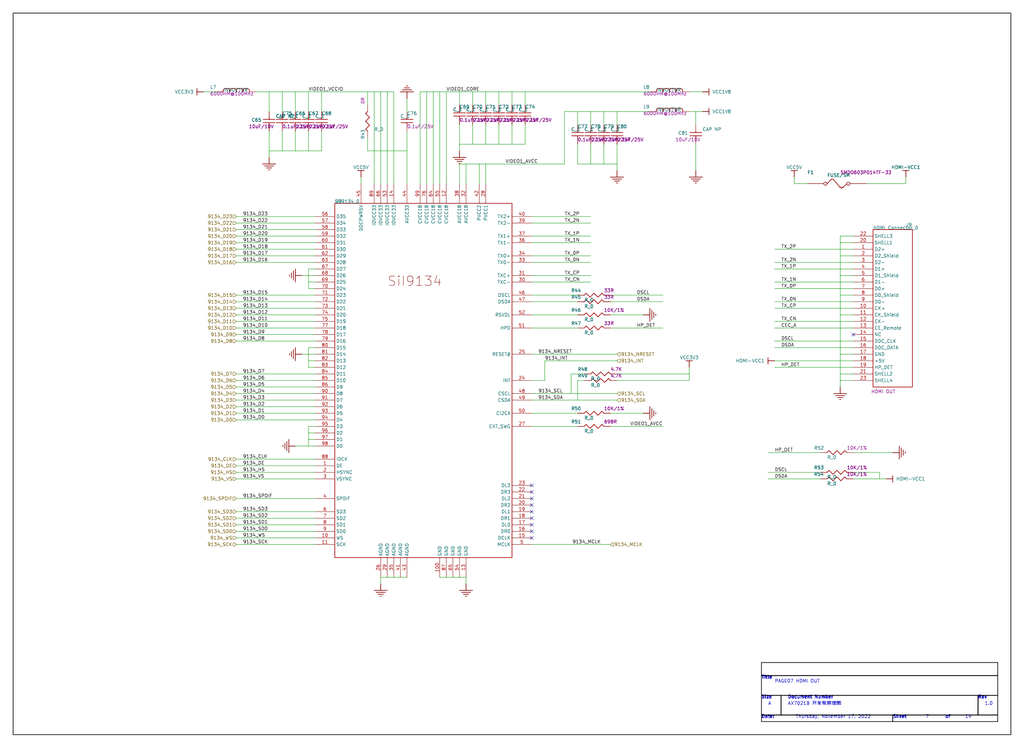
<source format=kicad_sch>
(kicad_sch (version 20231120) (generator "eeschema") (generator_version "8.0")
  (paper "User" 396.24 289.56)
  (title_block (title "PAGE07 HDMI OUT"))
  (no_connect (at 205.74 198.12))
  (no_connect (at 205.74 208.28))
  (no_connect (at 205.74 205.74))
  (no_connect (at 205.74 195.58))
  (no_connect (at 205.74 193.04))
  (no_connect (at 205.74 200.66))
  (no_connect (at 205.74 187.96))
  (no_connect (at 330.2 129.54))
  (no_connect (at 205.74 203.2))
  (no_connect (at 205.74 190.5))
  (wire (pts (xy 104.14 58.42) (xy 104.14 50.8)))
  (wire (pts (xy 299.72 132.08) (xy 330.2 132.08)))
  (wire (pts (xy 223.52 165.1) (xy 205.74 165.1)))
  (wire (pts (xy 340.36 185.42) (xy 330.2 185.42)))
  (wire (pts (xy 91.44 88.9) (xy 121.92 88.9)))
  (wire (pts (xy 248.92 160.02) (xy 236.22 160.02)))
  (wire (pts (xy 299.72 127) (xy 330.2 127)))
  (wire (pts (xy 104.14 35.56) (xy 99.06 35.56)))
  (wire (pts (xy 187.96 63.5) (xy 185.42 63.5)))
  (wire (pts (xy 335.28 71.12) (xy 350.52 71.12)))
  (wire (pts (xy 182.88 35.56) (xy 177.8 35.56)))
  (wire (pts (xy 165.1 71.12) (xy 165.1 35.56)))
  (wire (pts (xy 223.52 43.18) (xy 218.44 43.18)))
  (wire (pts (xy 91.44 198.12) (xy 121.92 198.12)))
  (wire (pts (xy 325.12 144.78) (xy 325.12 137.16)))
  (wire (pts (xy 223.52 154.94) (xy 223.52 147.32)))
  (wire (pts (xy 299.72 101.6) (xy 330.2 101.6)))
  (wire (pts (xy 114.3 172.72) (xy 119.38 172.72)))
  (wire (pts (xy 91.44 147.32) (xy 121.92 147.32)))
  (wire (pts (xy 119.38 109.22) (xy 121.92 109.22)))
  (wire (pts (xy 172.72 35.56) (xy 170.18 35.56)))
  (wire (pts (xy 182.88 55.88) (xy 182.88 48.26)))
  (wire (pts (xy 157.48 58.42) (xy 142.24 58.42)))
  (wire (pts (xy 269.24 66.04) (xy 269.24 55.88)))
  (wire (pts (xy 91.44 185.42) (xy 121.92 185.42)))
  (wire (pts (xy 238.76 139.7) (xy 210.82 139.7)))
  (wire (pts (xy 177.8 223.52) (xy 175.26 223.52)))
  (wire (pts (xy 91.44 200.66) (xy 121.92 200.66)))
  (wire (pts (xy 223.52 121.92) (xy 205.74 121.92)))
  (wire (pts (xy 330.2 106.68) (xy 325.12 106.68)))
  (wire (pts (xy 91.44 193.04) (xy 121.92 193.04)))
  (wire (pts (xy 119.38 35.56) (xy 119.38 43.18)))
  (wire (pts (xy 203.2 35.56) (xy 198.12 35.56)))
  (wire (pts (xy 325.12 147.32) (xy 325.12 144.78)))
  (wire (pts (xy 325.12 99.06) (xy 325.12 93.98)))
  (wire (pts (xy 170.18 71.12) (xy 170.18 35.56)))
  (wire (pts (xy 299.72 116.84) (xy 330.2 116.84)))
  (wire (pts (xy 299.72 119.38) (xy 330.2 119.38)))
  (wire (pts (xy 139.7 71.12) (xy 139.7 68.58)))
  (wire (pts (xy 205.74 137.16) (xy 238.76 137.16)))
  (wire (pts (xy 269.24 43.18) (xy 269.24 48.26)))
  (wire (pts (xy 172.72 223.52) (xy 170.18 223.52)))
  (wire (pts (xy 104.14 43.18) (xy 104.14 35.56)))
  (wire (pts (xy 119.38 137.16) (xy 121.92 137.16)))
  (wire (pts (xy 187.96 35.56) (xy 187.96 40.64)))
  (wire (pts (xy 299.72 109.22) (xy 330.2 109.22)))
  (wire (pts (xy 91.44 127) (xy 121.92 127)))
  (wire (pts (xy 271.78 35.56) (xy 266.7 35.56)))
  (wire (pts (xy 203.2 35.56) (xy 203.2 40.64)))
  (wire (pts (xy 177.8 35.56) (xy 177.8 40.64)))
  (wire (pts (xy 271.78 43.18) (xy 269.24 43.18)))
  (wire (pts (xy 330.2 91.44) (xy 325.12 91.44)))
  (wire (pts (xy 198.12 35.56) (xy 198.12 40.64)))
  (wire (pts (xy 325.12 137.16) (xy 330.2 137.16)))
  (wire (pts (xy 251.46 43.18) (xy 238.76 43.18)))
  (wire (pts (xy 205.74 106.68) (xy 228.6 106.68)))
  (wire (pts (xy 91.44 160.02) (xy 121.92 160.02)))
  (wire (pts (xy 157.48 71.12) (xy 157.48 58.42)))
  (wire (pts (xy 91.44 99.06) (xy 121.92 99.06)))
  (wire (pts (xy 238.76 43.18) (xy 238.76 48.26)))
  (wire (pts (xy 91.44 149.86) (xy 121.92 149.86)))
  (wire (pts (xy 340.36 185.42) (xy 340.36 182.88)))
  (wire (pts (xy 205.74 91.44) (xy 228.6 91.44)))
  (wire (pts (xy 142.24 58.42) (xy 142.24 53.34)))
  (wire (pts (xy 205.74 152.4) (xy 220.98 152.4)))
  (wire (pts (xy 180.34 63.5) (xy 180.34 71.12)))
  (wire (pts (xy 167.64 35.56) (xy 165.1 35.56)))
  (wire (pts (xy 223.52 160.02) (xy 205.74 160.02)))
  (wire (pts (xy 205.74 83.82) (xy 228.6 83.82)))
  (wire (pts (xy 142.24 35.56) (xy 142.24 40.64)))
  (wire (pts (xy 119.38 139.7) (xy 121.92 139.7)))
  (wire (pts (xy 177.8 58.42) (xy 177.8 55.88)))
  (wire (pts (xy 325.12 137.16) (xy 325.12 121.92)))
  (wire (pts (xy 119.38 104.14) (xy 119.38 106.68)))
  (wire (pts (xy 299.72 142.24) (xy 330.2 142.24)))
  (wire (pts (xy 218.44 43.18) (xy 218.44 63.5)))
  (wire (pts (xy 91.44 208.28) (xy 121.92 208.28)))
  (wire (pts (xy 121.92 142.24) (xy 119.38 142.24)))
  (wire (pts (xy 91.44 124.46) (xy 121.92 124.46)))
  (wire (pts (xy 185.42 71.12) (xy 185.42 63.5)))
  (wire (pts (xy 124.46 50.8) (xy 124.46 58.42)))
  (wire (pts (xy 187.96 55.88) (xy 182.88 55.88)))
  (wire (pts (xy 175.26 223.52) (xy 172.72 223.52)))
  (wire (pts (xy 119.38 58.42) (xy 114.3 58.42)))
  (wire (pts (xy 91.44 157.48) (xy 121.92 157.48)))
  (wire (pts (xy 157.48 43.18) (xy 157.48 38.1)))
  (wire (pts (xy 91.44 129.54) (xy 121.92 129.54)))
  (wire (pts (xy 223.52 116.84) (xy 205.74 116.84)))
  (wire (pts (xy 236.22 127) (xy 256.54 127)))
  (wire (pts (xy 330.2 114.3) (xy 325.12 114.3)))
  (wire (pts (xy 198.12 55.88) (xy 198.12 48.26)))
  (wire (pts (xy 144.78 35.56) (xy 142.24 35.56)))
  (wire (pts (xy 142.24 35.56) (xy 124.46 35.56)))
  (wire (pts (xy 121.92 170.18) (xy 119.38 170.18)))
  (wire (pts (xy 109.22 35.56) (xy 104.14 35.56)))
  (wire (pts (xy 193.04 35.56) (xy 193.04 40.64)))
  (wire (pts (xy 238.76 43.18) (xy 233.68 43.18)))
  (wire (pts (xy 149.86 223.52) (xy 152.4 223.52)))
  (wire (pts (xy 121.92 111.76) (xy 119.38 111.76)))
  (wire (pts (xy 325.12 106.68) (xy 325.12 99.06)))
  (wire (pts (xy 91.44 86.36) (xy 121.92 86.36)))
  (wire (pts (xy 91.44 101.6) (xy 121.92 101.6)))
  (wire (pts (xy 157.48 58.42) (xy 157.48 50.8)))
  (wire (pts (xy 330.2 139.7) (xy 299.72 139.7)))
  (wire (pts (xy 210.82 139.7) (xy 210.82 147.32)))
  (wire (pts (xy 238.76 152.4) (xy 220.98 152.4)))
  (wire (pts (xy 187.96 63.5) (xy 187.96 71.12)))
  (wire (pts (xy 187.96 35.56) (xy 182.88 35.56)))
  (wire (pts (xy 236.22 114.3) (xy 256.54 114.3)))
  (wire (pts (xy 154.94 223.52) (xy 157.48 223.52)))
  (wire (pts (xy 330.2 147.32) (xy 325.12 147.32)))
  (wire (pts (xy 147.32 71.12) (xy 147.32 35.56)))
  (wire (pts (xy 91.44 96.52) (xy 121.92 96.52)))
  (wire (pts (xy 91.44 162.56) (xy 121.92 162.56)))
  (wire (pts (xy 119.38 142.24) (xy 119.38 139.7)))
  (wire (pts (xy 299.72 124.46) (xy 330.2 124.46)))
  (wire (pts (xy 91.44 180.34) (xy 121.92 180.34)))
  (wire (pts (xy 193.04 35.56) (xy 187.96 35.56)))
  (wire (pts (xy 147.32 226.06) (xy 147.32 223.52)))
  (wire (pts (xy 91.44 152.4) (xy 121.92 152.4)))
  (wire (pts (xy 170.18 35.56) (xy 167.64 35.56)))
  (wire (pts (xy 299.72 96.52) (xy 330.2 96.52)))
  (wire (pts (xy 109.22 43.18) (xy 109.22 35.56)))
  (wire (pts (xy 121.92 104.14) (xy 119.38 104.14)))
  (wire (pts (xy 114.3 35.56) (xy 109.22 35.56)))
  (wire (pts (xy 299.72 134.62) (xy 330.2 134.62)))
  (wire (pts (xy 266.7 144.78) (xy 266.7 142.24)))
  (wire (pts (xy 109.22 58.42) (xy 109.22 50.8)))
  (wire (pts (xy 119.38 139.7) (xy 119.38 137.16)))
  (wire (pts (xy 124.46 58.42) (xy 119.38 58.42)))
  (wire (pts (xy 109.22 58.42) (xy 104.14 58.42)))
  (wire (pts (xy 177.8 48.26) (xy 177.8 55.88)))
  (wire (pts (xy 152.4 35.56) (xy 152.4 71.12)))
  (wire (pts (xy 91.44 114.3) (xy 121.92 114.3)))
  (wire (pts (xy 124.46 43.18) (xy 124.46 35.56)))
  (wire (pts (xy 236.22 165.1) (xy 256.54 165.1)))
  (wire (pts (xy 210.82 147.32) (xy 205.74 147.32)))
  (wire (pts (xy 91.44 132.08) (xy 121.92 132.08)))
  (wire (pts (xy 203.2 48.26) (xy 203.2 55.88)))
  (wire (pts (xy 167.64 71.12) (xy 167.64 35.56)))
  (wire (pts (xy 312.42 71.12) (xy 307.34 71.12)))
  (wire (pts (xy 266.7 147.32) (xy 266.7 144.78)))
  (wire (pts (xy 152.4 223.52) (xy 154.94 223.52)))
  (wire (pts (xy 223.52 127) (xy 205.74 127)))
  (wire (pts (xy 119.38 106.68) (xy 121.92 106.68)))
  (wire (pts (xy 205.74 99.06) (xy 228.6 99.06)))
  (wire (pts (xy 266.7 144.78) (xy 238.76 144.78)))
  (wire (pts (xy 325.12 91.44) (xy 325.12 93.98)))
  (wire (pts (xy 228.6 43.18) (xy 223.52 43.18)))
  (wire (pts (xy 193.04 55.88) (xy 193.04 48.26)))
  (wire (pts (xy 220.98 152.4) (xy 220.98 144.78)))
  (wire (pts (xy 180.34 226.06) (xy 180.34 223.52)))
  (wire (pts (xy 104.14 60.96) (xy 104.14 58.42)))
  (wire (pts (xy 297.18 182.88) (xy 317.5 182.88)))
  (wire (pts (xy 220.98 144.78) (xy 226.06 144.78)))
  (wire (pts (xy 119.38 134.62) (xy 119.38 137.16)))
  (wire (pts (xy 119.38 170.18) (xy 119.38 167.64)))
  (wire (pts (xy 121.92 172.72) (xy 119.38 172.72)))
  (wire (pts (xy 238.76 154.94) (xy 223.52 154.94)))
  (wire (pts (xy 299.72 111.76) (xy 330.2 111.76)))
  (wire (pts (xy 198.12 55.88) (xy 193.04 55.88)))
  (wire (pts (xy 147.32 223.52) (xy 149.86 223.52)))
  (wire (pts (xy 91.44 93.98) (xy 121.92 93.98)))
  (wire (pts (xy 238.76 55.88) (xy 238.76 63.5)))
  (wire (pts (xy 121.92 134.62) (xy 119.38 134.62)))
  (wire (pts (xy 198.12 35.56) (xy 193.04 35.56)))
  (wire (pts (xy 342.9 185.42) (xy 340.36 185.42)))
  (wire (pts (xy 91.44 119.38) (xy 121.92 119.38)))
  (wire (pts (xy 236.22 116.84) (xy 256.54 116.84)))
  (wire (pts (xy 91.44 205.74) (xy 121.92 205.74)))
  (wire (pts (xy 119.38 137.16) (xy 116.84 137.16)))
  (wire (pts (xy 182.88 40.64) (xy 182.88 35.56)))
  (wire (pts (xy 228.6 63.5) (xy 228.6 55.88)))
  (wire (pts (xy 205.74 93.98) (xy 228.6 93.98)))
  (wire (pts (xy 149.86 71.12) (xy 149.86 35.56)))
  (wire (pts (xy 119.38 58.42) (xy 119.38 50.8)))
  (wire (pts (xy 238.76 63.5) (xy 233.68 63.5)))
  (wire (pts (xy 83.82 35.56) (xy 78.74 35.56)))
  (wire (pts (xy 185.42 63.5) (xy 180.34 63.5)))
  (wire (pts (xy 193.04 55.88) (xy 187.96 55.88)))
  (wire (pts (xy 205.74 154.94) (xy 223.52 154.94)))
  (wire (pts (xy 228.6 63.5) (xy 223.52 63.5)))
  (wire (pts (xy 165.1 35.56) (xy 162.56 35.56)))
  (wire (pts (xy 248.92 121.92) (xy 236.22 121.92)))
  (wire (pts (xy 91.44 83.82) (xy 121.92 83.82)))
  (wire (pts (xy 251.46 35.56) (xy 203.2 35.56)))
  (wire (pts (xy 330.2 99.06) (xy 325.12 99.06)))
  (wire (pts (xy 223.52 48.26) (xy 223.52 43.18)))
  (wire (pts (xy 340.36 182.88) (xy 330.2 182.88)))
  (wire (pts (xy 91.44 154.94) (xy 121.92 154.94)))
  (wire (pts (xy 91.44 121.92) (xy 121.92 121.92)))
  (wire (pts (xy 330.2 121.92) (xy 325.12 121.92)))
  (wire (pts (xy 205.74 109.22) (xy 228.6 109.22)))
  (wire (pts (xy 180.34 223.52) (xy 177.8 223.52)))
  (wire (pts (xy 187.96 63.5) (xy 218.44 63.5)))
  (wire (pts (xy 119.38 172.72) (xy 119.38 170.18)))
  (wire (pts (xy 91.44 210.82) (xy 121.92 210.82)))
  (wire (pts (xy 149.86 35.56) (xy 152.4 35.56)))
  (wire (pts (xy 233.68 63.5) (xy 233.68 55.88)))
  (wire (pts (xy 91.44 203.2) (xy 121.92 203.2)))
  (wire (pts (xy 325.12 147.32) (xy 325.12 149.86)))
  (wire (pts (xy 119.38 106.68) (xy 116.84 106.68)))
  (wire (pts (xy 91.44 116.84) (xy 121.92 116.84)))
  (wire (pts (xy 114.3 58.42) (xy 114.3 50.8)))
  (wire (pts (xy 223.52 147.32) (xy 226.06 147.32)))
  (wire (pts (xy 350.52 71.12) (xy 350.52 68.58)))
  (wire (pts (xy 119.38 109.22) (xy 119.38 106.68)))
  (wire (pts (xy 177.8 55.88) (xy 182.88 55.88)))
  (wire (pts (xy 114.3 43.18) (xy 114.3 35.56)))
  (wire (pts (xy 177.8 35.56) (xy 172.72 35.56)))
  (wire (pts (xy 147.32 35.56) (xy 144.78 35.56)))
  (wire (pts (xy 205.74 86.36) (xy 228.6 86.36)))
  (wire (pts (xy 205.74 101.6) (xy 228.6 101.6)))
  (wire (pts (xy 119.38 165.1) (xy 119.38 167.64)))
  (wire (pts (xy 233.68 63.5) (xy 228.6 63.5)))
  (wire (pts (xy 307.34 71.12) (xy 307.34 68.58)))
  (wire (pts (xy 238.76 66.04) (xy 238.76 63.5)))
  (wire (pts (xy 330.2 144.78) (xy 325.12 144.78)))
  (wire (pts (xy 124.46 35.56) (xy 119.38 35.56)))
  (wire (pts (xy 205.74 210.82) (xy 236.22 210.82)))
  (wire (pts (xy 345.44 175.26) (xy 330.2 175.26)))
  (wire (pts (xy 91.44 91.44) (xy 121.92 91.44)))
  (wire (pts (xy 325.12 114.3) (xy 325.12 106.68)))
  (wire (pts (xy 119.38 111.76) (xy 119.38 109.22)))
  (wire (pts (xy 149.86 35.56) (xy 147.32 35.56)))
  (wire (pts (xy 172.72 35.56) (xy 172.72 71.12)))
  (wire (pts (xy 177.8 71.12) (xy 177.8 63.5)))
  (wire (pts (xy 121.92 165.1) (xy 119.38 165.1)))
  (wire (pts (xy 223.52 114.3) (xy 205.74 114.3)))
  (wire (pts (xy 269.24 43.18) (xy 266.7 43.18)))
  (wire (pts (xy 119.38 167.64) (xy 121.92 167.64)))
  (wire (pts (xy 114.3 58.42) (xy 109.22 58.42)))
  (wire (pts (xy 177.8 63.5) (xy 180.34 63.5)))
  (wire (pts (xy 119.38 35.56) (xy 114.3 35.56)))
  (wire (pts (xy 144.78 35.56) (xy 144.78 71.12)))
  (wire (pts (xy 233.68 48.26) (xy 233.68 43.18)))
  (wire (pts (xy 187.96 48.26) (xy 187.96 55.88)))
  (wire (pts (xy 325.12 93.98) (xy 330.2 93.98)))
  (wire (pts (xy 297.18 175.26) (xy 317.5 175.26)))
  (wire (pts (xy 233.68 43.18) (xy 228.6 43.18)))
  (wire (pts (xy 91.44 177.8) (xy 121.92 177.8)))
  (wire (pts (xy 162.56 35.56) (xy 162.56 71.12)))
  (wire (pts (xy 223.52 63.5) (xy 223.52 55.88)))
  (wire (pts (xy 299.72 104.14) (xy 330.2 104.14)))
  (wire (pts (xy 228.6 48.26) (xy 228.6 43.18)))
  (wire (pts (xy 91.44 144.78) (xy 121.92 144.78)))
  (wire (pts (xy 91.44 182.88) (xy 121.92 182.88)))
  (wire (pts (xy 238.76 147.32) (xy 266.7 147.32)))
  (wire (pts (xy 297.18 185.42) (xy 317.5 185.42)))
  (wire (pts (xy 203.2 55.88) (xy 198.12 55.88)))
  (wire (pts (xy 325.12 121.92) (xy 325.12 114.3)))
  (rectangle (start 386.08 256.54) (end 294.64 261.62) (stroke (width 0.254) (color 0 0 0 1)))
  (rectangle (start 345.44 276.86) (end 294.64 279.4) (stroke (width 0.254) (color 0 0 0 1)))
  (rectangle (start 386.08 269.24) (end 378.46 276.86) (stroke (width 0.254) (color 0 0 0 1)))
  (rectangle (start 386.08 261.62) (end 294.64 269.24) (stroke (width 0.254) (color 0 0 0 1)))
  (rectangle (start 386.08 276.86) (end 345.44 279.4) (stroke (width 0.254) (color 0 0 0 1)))
  (rectangle (start 391.16 5.08) (end 5.08 284.48) (stroke (width 0.254) (color 0 0 0 1)))
  (rectangle (start 378.46 269.24) (end 302.26 276.86) (stroke (width 0.254) (color 0 0 0 1)))
  (rectangle (start 302.26 269.24) (end 294.64 276.86) (stroke (width 0.254) (color 0 0 0 1)))
  (text "Date:" (at 294.64 276.86 0) (effects (font (size 1.27 1.27)) (justify left top)))
  (text "AX7021B 开发板原理图" (at 304.8 271.78 0) (effects (font (size 1.27 1.27)) (justify left top)))
  (text "Sheet" (at 345.44 276.86 0) (effects (font (size 1.27 1.27)) (justify left top)))
  (text "Title" (at 294.64 261.62 0) (effects (font (size 1.27 1.27)) (justify left top)))
  (text "Size" (at 294.64 269.24 0) (effects (font (size 1.27 1.27)) (justify left top)))
  (text "Size" (at 294.64 269.24 0) (effects (font (size 1.27 1.27)) (justify left top)))
  (text "Title" (at 294.64 261.62 0) (effects (font (size 1.27 1.27)) (justify left top)))
  (text "Rev" (at 378.46 269.24 0) (effects (font (size 1.27 1.27)) (justify left top)))
  (text "Sheet" (at 345.44 276.86 0) (effects (font (size 1.27 1.27)) (justify left top)))
  (text "Sheet" (at 345.44 276.86 0) (effects (font (size 1.27 1.27)) (justify left top)))
  (text "Size" (at 294.64 269.24 0) (effects (font (size 1.27 1.27)) (justify left top)))
  (text "Document Number" (at 304.8 269.24 0) (effects (font (size 1.27 1.27)) (justify left top)))
  (text "Thursday, November 17, 2022" (at 307.848 276.86 0) (effects (font (size 1.27 1.27)) (justify left top)))
  (text "A" (at 297.18 271.78 0) (effects (font (size 1.27 1.27)) (justify left top)))
  (text "14" (at 373.38 276.86 0) (effects (font (size 1.27 1.27)) (justify left top)))
  (text "of" (at 365.76 276.86 0) (effects (font (size 1.27 1.27)) (justify left top)))
  (text "of" (at 365.76 276.86 0) (effects (font (size 1.27 1.27)) (justify left top)))
  (text "Date:" (at 294.64 276.86 0) (effects (font (size 1.27 1.27)) (justify left top)))
  (text "Title" (at 294.64 261.62 0) (effects (font (size 1.27 1.27)) (justify left top)))
  (text "Date:" (at 294.64 276.86 0) (effects (font (size 1.27 1.27)) (justify left top)))
  (text "of" (at 365.76 276.86 0) (effects (font (size 1.27 1.27)) (justify left top)))
  (text "Document Number" (at 304.8 269.24 0) (effects (font (size 1.27 1.27)) (justify left top)))
  (text "of" (at 365.76 276.86 0) (effects (font (size 1.27 1.27)) (justify left top)))
  (text "Sheet" (at 345.44 276.86 0) (effects (font (size 1.27 1.27)) (justify left top)))
  (text "of" (at 365.76 276.86 0) (effects (font (size 1.27 1.27)) (justify left top)))
  (text "Document Number" (at 304.8 269.24 0) (effects (font (size 1.27 1.27)) (justify left top)))
  (text "Date:" (at 294.64 276.86 0) (effects (font (size 1.27 1.27)) (justify left top)))
  (text "of" (at 365.76 276.86 0) (effects (font (size 1.27 1.27)) (justify left top)))
  (text "Size" (at 294.64 269.24 0) (effects (font (size 1.27 1.27)) (justify left top)))
  (text "Document Number" (at 304.8 269.24 0) (effects (font (size 1.27 1.27)) (justify left top)))
  (text "Sheet" (at 345.44 276.86 0) (effects (font (size 1.27 1.27)) (justify left top)))
  (text "Date:" (at 294.64 276.86 0) (effects (font (size 1.27 1.27)) (justify left top)))
  (text "Rev" (at 378.46 269.24 0) (effects (font (size 1.27 1.27)) (justify left top)))
  (text "Size" (at 294.64 269.24 0) (effects (font (size 1.27 1.27)) (justify left top)))
  (text "Rev" (at 378.46 269.24 0) (effects (font (size 1.27 1.27)) (justify left top)))
  (text "Title" (at 294.64 261.62 0) (effects (font (size 1.27 1.27)) (justify left top)))
  (text "Size" (at 294.64 269.24 0) (effects (font (size 1.27 1.27)) (justify left top)))
  (text "Document Number" (at 304.8 269.24 0) (effects (font (size 1.27 1.27)) (justify left top)))
  (text "1.0" (at 381 271.78 0) (effects (font (size 1.27 1.27)) (justify left top)))
  (text "Date:" (at 294.64 276.86 0) (effects (font (size 1.27 1.27)) (justify left top)))
  (text "PAGE07 HDMI OUT" (at 299.72 263.144 0) (effects (font (size 1.27 1.27)) (justify left top)))
  (text "Document Number" (at 304.8 269.24 0) (effects (font (size 1.27 1.27)) (justify left top)))
  (text "Document Number" (at 304.8 269.24 0) (effects (font (size 1.27 1.27)) (justify left top)))
  (text "Rev" (at 378.46 269.24 0) (effects (font (size 1.27 1.27)) (justify left top)))
  (text "Date:" (at 294.64 276.86 0) (effects (font (size 1.27 1.27)) (justify left top)))
  (text "Sheet" (at 345.44 276.86 0) (effects (font (size 1.27 1.27)) (justify left top)))
  (text "Title" (at 294.64 261.62 0) (effects (font (size 1.27 1.27)) (justify left top)))
  (text "Size" (at 294.64 269.24 0) (effects (font (size 1.27 1.27)) (justify left top)))
  (text "Rev" (at 378.46 269.24 0) (effects (font (size 1.27 1.27)) (justify left top)))
  (text "Sheet" (at 345.44 276.86 0) (effects (font (size 1.27 1.27)) (justify left top)))
  (text "Title" (at 294.64 261.62 0) (effects (font (size 1.27 1.27)) (justify left top)))
  (text "Rev" (at 378.46 269.24 0) (effects (font (size 1.27 1.27)) (justify left top)))
  (text "7" (at 358.14 276.86 0) (effects (font (size 1.27 1.27)) (justify left top)))
  (text "Title" (at 294.64 261.62 0) (effects (font (size 1.27 1.27)) (justify left top)))
  (text "of" (at 365.76 276.86 0) (effects (font (size 1.27 1.27)) (justify left top)))
  (text "Rev" (at 378.46 269.24 0) (effects (font (size 1.27 1.27)) (justify left top)))
  (label "9134_D5" (at 93.98 149.86 0))
  (label "9134_D11" (at 93.98 124.46 0))
  (label "9134_D6" (at 93.98 147.32 0))
  (label "9134_INT" (at 210.82 139.7 0))
  (label "DSDA" (at 299.72 185.42 0))
  (label "9134_D17" (at 93.98 99.06 0))
  (label "9134_D23" (at 93.98 83.82 0))
  (label "VIDEO1_AVCC" (at 243.84 165.1 0))
  (label "9134_SCL" (at 208.28 152.4 0))
  (label "TX_1N" (at 218.44 93.98 0))
  (label "TX_0N" (at 218.44 101.6 0))
  (label "9134_D0" (at 93.98 162.56 0))
  (label "9134_HS" (at 93.98 182.88 0))
  (label "9134_D8" (at 93.98 132.08 0))
  (label "9134_D21" (at 93.98 88.9 0))
  (label "TX_CP" (at 218.44 106.68 0))
  (label "HP_DET" (at 246.38 127 0))
  (label "CEC_A" (at 302.26 127 0))
  (label "DSDA" (at 302.26 134.62 0))
  (label "9134_D3" (at 93.98 154.94 0))
  (label "9134_DE" (at 93.98 180.34 0))
  (label "9134_D10" (at 93.98 127 0))
  (label "TX_2P" (at 218.44 83.82 0))
  (label "TX_2P" (at 302.26 96.52 0))
  (label "9134_SD1" (at 93.98 203.2 0))
  (label "9134_SPDIF" (at 93.98 193.04 0))
  (label "TX_0P" (at 302.26 111.76 0))
  (label "9134_D7" (at 93.98 144.78 0))
  (label "9134_WS" (at 93.98 208.28 0))
  (label "9134_D19" (at 93.98 93.98 0))
  (label "VIDEO1_CORE" (at 172.72 35.56 0))
  (label "9134_SD3" (at 93.98 198.12 0))
  (label "HP_DET" (at 302.26 142.24 0))
  (label "TX_CN" (at 218.44 109.22 0))
  (label "9134_SDA" (at 208.28 154.94 0))
  (label "HP_DET" (at 299.72 175.26 0))
  (label "DSCL" (at 246.38 114.3 0))
  (label "9134_SD2" (at 93.98 200.66 0))
  (label "9134_NRESET" (at 208.28 137.16 0))
  (label "9134_D9" (at 93.98 129.54 0))
  (label "TX_1P" (at 302.26 104.14 0))
  (label "TX_1N" (at 302.26 109.22 0))
  (label "DSCL" (at 302.26 132.08 0))
  (label "DSCL" (at 299.72 182.88 0))
  (label "9134_D16" (at 93.98 101.6 0))
  (label "TX_1P" (at 218.44 91.44 0))
  (label "9134_CLK" (at 93.98 177.8 0))
  (label "9134_D1" (at 93.98 160.02 0))
  (label "VIDEO1_AVCC" (at 195.58 63.5 0))
  (label "TX_CP" (at 302.26 119.38 0))
  (label "9134_MCLK" (at 221.488 210.82 0))
  (label "TX_0N" (at 302.26 116.84 0))
  (label "9134_D12" (at 93.98 121.92 0))
  (label "VIDEO1_VCCIO" (at 119.38 35.56 0))
  (label "9134_D2" (at 93.98 157.48 0))
  (label "TX_CN" (at 302.26 124.46 0))
  (label "9134_D14" (at 93.98 116.84 0))
  (label "DSDA" (at 246.38 116.84 0))
  (label "TX_2N" (at 218.44 86.36 0))
  (label "9134_SD0" (at 93.98 205.74 0))
  (label "9134_D18" (at 93.98 96.52 0))
  (label "9134_D4" (at 93.98 152.4 0))
  (label "9134_D22" (at 93.98 86.36 0))
  (label "9134_D13" (at 93.98 119.38 0))
  (label "TX_2N" (at 302.26 101.6 0))
  (label "9134_D15" (at 93.98 114.3 0))
  (label "9134_D20" (at 93.98 91.44 0))
  (label "9134_VS" (at 93.98 185.42 0))
  (label "9134_SCK" (at 93.98 210.82 0))
  (label "TX_0P" (at 218.44 99.06 0))
  (hierarchical_label "9134_D18" (shape input) (at 91.44 96.52 180))
  (hierarchical_label "9134_D3" (shape input) (at 91.44 154.94 180))
  (hierarchical_label "9134_D8" (shape input) (at 91.44 132.08 180))
  (hierarchical_label "9134_DE" (shape input) (at 91.44 180.34 180))
  (hierarchical_label "9134_D22" (shape input) (at 91.44 86.36 180))
  (hierarchical_label "9134_D12" (shape input) (at 91.44 121.92 180))
  (hierarchical_label "9134_D21" (shape input) (at 91.44 88.9 180))
  (hierarchical_label "9134_SD0" (shape input) (at 91.44 205.74 180))
  (hierarchical_label "9134_D9" (shape input) (at 91.44 129.54 180))
  (hierarchical_label "9134_SCL" (shape input) (at 238.76 152.4 0))
  (hierarchical_label "9134_WS" (shape input) (at 91.44 208.28 180))
  (hierarchical_label "9134_D11" (shape input) (at 91.44 124.46 180))
  (hierarchical_label "9134_CLK" (shape input) (at 91.44 177.8 180))
  (hierarchical_label "9134_D13" (shape input) (at 91.44 119.38 180))
  (hierarchical_label "9134_SCK" (shape input) (at 91.44 210.82 180))
  (hierarchical_label "9134_NRESET" (shape input) (at 238.76 137.16 0))
  (hierarchical_label "9134_D10" (shape input) (at 91.44 127 180))
  (hierarchical_label "9134_D17" (shape input) (at 91.44 99.06 180))
  (hierarchical_label "9134_SPDIF" (shape input) (at 91.44 193.04 180))
  (hierarchical_label "9134_SDA" (shape input) (at 238.76 154.94 0))
  (hierarchical_label "9134_D19" (shape input) (at 91.44 93.98 180))
  (hierarchical_label "9134_D15" (shape input) (at 91.44 114.3 180))
  (hierarchical_label "9134_D0" (shape input) (at 91.44 162.56 180))
  (hierarchical_label "9134_INT" (shape input) (at 238.76 139.7 0))
  (hierarchical_label "9134_D5" (shape input) (at 91.44 149.86 180))
  (hierarchical_label "9134_D1" (shape input) (at 91.44 160.02 180))
  (hierarchical_label "9134_D4" (shape input) (at 91.44 152.4 180))
  (hierarchical_label "9134_SD1" (shape input) (at 91.44 203.2 180))
  (hierarchical_label "9134_D14" (shape input) (at 91.44 116.84 180))
  (hierarchical_label "9134_SD2" (shape input) (at 91.44 200.66 180))
  (hierarchical_label "9134_D2" (shape input) (at 91.44 157.48 180))
  (hierarchical_label "9134_HS" (shape input) (at 91.44 182.88 180))
  (hierarchical_label "9134_D20" (shape input) (at 91.44 91.44 180))
  (hierarchical_label "9134_SD3" (shape input) (at 91.44 198.12 180))
  (hierarchical_label "9134_D16" (shape input) (at 91.44 101.6 180))
  (hierarchical_label "9134_D6" (shape input) (at 91.44 147.32 180))
  (hierarchical_label "9134_D7" (shape input) (at 91.44 144.78 180))
  (hierarchical_label "9134_MCLK" (shape input) (at 236.22 210.82 0))
  (hierarchical_label "9134_VS" (shape input) (at 91.44 185.42 180))
  (hierarchical_label "9134_D23" (shape input) (at 91.44 83.82 180))
  (symbol (lib_id "getting sheets-altium-import:GND_POWER_GROUND") (at 116.84 106.68 270) (unit 1)
    (property "Reference" "#PWR?" (effects (hide yes)))
    (property "Value" "GND" (effects (hide yes)))
  )
  (symbol (lib_id "getting sheets-altium-import:root_0_C_1") (at 195.58 43.18 0) (unit 1)
    (property "Reference" "C73" (at 198.12 40.64 0) (effects (justify left top)))
    (property "Value" "C_1" (at 195.58 43.18 0) (effects (justify left bottom)))
    (property "SYMBOL" "C_1" (effects (hide yes)))
    (property "DEVICE" "C_1" (effects (hide yes)))
    (property "PCB FOOTPRINT" "C0402" (effects (hide yes)))
    (property "SOURCE PACKAGE" "C_1" (effects (hide yes)))
    (property "PRIMITIVE" "DEFAULT" (effects (hide yes)))
    (property "VA" "电容" (effects (hide yes)))
    (property "PART NUMBER" "1802-00187D" (effects (hide yes)))
    (property "ALTIUM_VALUE" "0.1uF/25V" (at 198.12 45.72 0) (effects (justify left top)))
    (property "IMPLEMENTATION TYPE" "<none>" (effects (hide yes)))
    (property "POWER PINS VISIBLE" "False" (effects (hide yes)))
    (property "ADD INTO BOM" "yes" (effects (hide yes)))
    (property "CONVERT TO PCB" "yes" (effects (hide yes)))
    (property "ORIGIN FOOTPRINT" "C0402" (effects (hide yes)))
  )
  (symbol (lib_id "getting sheets-altium-import:root_0_FUSE/SM") (at 320.04 68.58 0) (unit 1)
    (property "Reference" "F1" (at 312.42 66.04 0) (effects (justify left top)))
    (property "Value" "FUSE/SM" (at 320.04 68.58 0) (effects (justify left bottom)))
    (property "SYMBOL" "FUSE/SM" (effects (hide yes)))
    (property "DEVICE" "FUSE/SM" (effects (hide yes)))
    (property "PCB FOOTPRINT" "L0603" (effects (hide yes)))
    (property "SOURCE PACKAGE" "FUSE/SM" (effects (hide yes)))
    (property "PRIMITIVE" "DEFAULT" (effects (hide yes)))
    (property "VA" "自恢复保险丝" (effects (hide yes)))
    (property "ALTIUM_VALUE" "SMD0603P014TF-33" (at 325.12 66.04 0) (effects (justify left top)))
    (property "IMPLEMENTATION TYPE" "<none>" (effects (hide yes)))
    (property "POWER PINS VISIBLE" "False" (effects (hide yes)))
    (property "ADD INTO BOM" "yes" (effects (hide yes)))
    (property "CONVERT TO PCB" "yes" (effects (hide yes)))
    (property "ORIGIN FOOTPRINT" "L0603" (effects (hide yes)))
  )
  (symbol (lib_id "getting sheets-altium-import:root_2_R_0") (at 144.78 50.8 0) (unit 1)
    (property "Reference" "R43" (at 139.7 50.038 90) (effects (justify right top)))
    (property "Value" "R_0" (at 144.78 50.8 0) (effects (justify left bottom)))
    (property "SYMBOL" "R_0" (effects (hide yes)))
    (property "DEVICE" "R_0" (effects (hide yes)))
    (property "PCB FOOTPRINT" "R0603" (effects (hide yes)))
    (property "SOURCE PACKAGE" "R_0" (effects (hide yes)))
    (property "PRIMITIVE" "DEFAULT" (effects (hide yes)))
    (property "VA" "电阻" (effects (hide yes)))
    (property "ALTIUM_VALUE" "0R" (at 139.7 37.592 90) (effects (justify right top)))
    (property "IMPLEMENTATION TYPE" "<none>" (effects (hide yes)))
    (property "POWER PINS VISIBLE" "False" (effects (hide yes)))
    (property "ADD INTO BOM" "yes" (effects (hide yes)))
    (property "CONVERT TO PCB" "yes" (effects (hide yes)))
    (property "ORIGIN FOOTPRINT" "R0603" (effects (hide yes)))
  )
  (symbol (lib_id "getting sheets-altium-import:root_1_R_0") (at 320.04 185.42 0) (unit 1)
    (property "Reference" "R53" (at 314.96 180.34 0) (effects (justify left top)))
    (property "Value" "R_0" (at 320.04 185.42 0) (effects (justify left bottom)))
    (property "SYMBOL" "R_0" (effects (hide yes)))
    (property "DEVICE" "R_0" (effects (hide yes)))
    (property "PCB FOOTPRINT" "R0402" (effects (hide yes)))
    (property "SOURCE PACKAGE" "R_0" (effects (hide yes)))
    (property "PRIMITIVE" "DEFAULT" (effects (hide yes)))
    (property "VA" "电阻" (effects (hide yes)))
    (property "ALTIUM_VALUE" "10K/1%" (at 327.66 180.34 0) (effects (justify left top)))
    (property "IMPLEMENTATION TYPE" "<none>" (effects (hide yes)))
    (property "POWER PINS VISIBLE" "False" (effects (hide yes)))
    (property "ADD INTO BOM" "yes" (effects (hide yes)))
    (property "CONVERT TO PCB" "yes" (effects (hide yes)))
    (property "ORIGIN FOOTPRINT" "R0402" (effects (hide yes)))
  )
  (symbol (lib_id "getting sheets-altium-import:root_1_R_0") (at 226.06 116.84 0) (unit 1)
    (property "Reference" "R44" (at 220.98 111.76 0) (effects (justify left top)))
    (property "Value" "R_0" (at 226.06 116.84 0) (effects (justify left bottom)))
    (property "SYMBOL" "R_0" (effects (hide yes)))
    (property "DEVICE" "R_0" (effects (hide yes)))
    (property "PCB FOOTPRINT" "R0402" (effects (hide yes)))
    (property "SOURCE PACKAGE" "R_0" (effects (hide yes)))
    (property "PRIMITIVE" "DEFAULT" (effects (hide yes)))
    (property "VA" "电阻" (effects (hide yes)))
    (property "ALTIUM_VALUE" "33R" (at 233.68 111.76 0) (effects (justify left top)))
    (property "IMPLEMENTATION TYPE" "<none>" (effects (hide yes)))
    (property "POWER PINS VISIBLE" "False" (effects (hide yes)))
    (property "ADD INTO BOM" "yes" (effects (hide yes)))
    (property "CONVERT TO PCB" "yes" (effects (hide yes)))
    (property "ORIGIN FOOTPRINT" "R0402" (effects (hide yes)))
  )
  (symbol (lib_id "getting sheets-altium-import:GND_POWER_GROUND") (at 116.84 137.16 270) (unit 1)
    (property "Reference" "#PWR?" (effects (hide yes)))
    (property "Value" "GND" (effects (hide yes)))
  )
  (symbol (lib_id "getting sheets-altium-import:GND_POWER_GROUND") (at 248.92 160.02 90) (unit 1)
    (property "Reference" "#PWR?" (effects (hide yes)))
    (property "Value" "GND" (effects (hide yes)))
  )
  (symbol (lib_id "getting sheets-altium-import:root_0_C_1") (at 220.98 50.8 0) (unit 1)
    (property "Reference" "C77" (at 223.52 48.26 0) (effects (justify left top)))
    (property "Value" "C_1" (at 220.98 50.8 0) (effects (justify left bottom)))
    (property "SYMBOL" "C_1" (effects (hide yes)))
    (property "DEVICE" "C_1" (effects (hide yes)))
    (property "PCB FOOTPRINT" "C0402" (effects (hide yes)))
    (property "SOURCE PACKAGE" "C_1" (effects (hide yes)))
    (property "PRIMITIVE" "DEFAULT" (effects (hide yes)))
    (property "VA" "电容" (effects (hide yes)))
    (property "PART NUMBER" "1802-00187D" (effects (hide yes)))
    (property "ALTIUM_VALUE" "0.1uF/25V" (at 223.52 53.34 0) (effects (justify left top)))
    (property "IMPLEMENTATION TYPE" "<none>" (effects (hide yes)))
    (property "POWER PINS VISIBLE" "False" (effects (hide yes)))
    (property "ADD INTO BOM" "yes" (effects (hide yes)))
    (property "CONVERT TO PCB" "yes" (effects (hide yes)))
    (property "ORIGIN FOOTPRINT" "C0402" (effects (hide yes)))
  )
  (symbol (lib_id "getting sheets-altium-import:HDMI-VCC1_BAR") (at 299.72 139.7 270) (unit 1)
    (property "Reference" "#PWR?" (effects (hide yes)))
    (property "Value" "HDMI-VCC1" (at 295.91 139.7 90) (effects (justify right)))
  )
  (symbol (lib_id "getting sheets-altium-import:root_1_INDUCTOR") (at 86.36 35.56 0) (unit 1)
    (property "Reference" "L7" (at 81.28 33.02 0) (effects (justify left top)))
    (property "Value" "INDUCTOR" (at 86.36 35.56 0) (effects (justify left bottom)))
    (property "SYMBOL" "INDUCTOR" (effects (hide yes)))
    (property "DEVICE" "INDUCTOR" (effects (hide yes)))
    (property "PCB FOOTPRINT" "L0603" (effects (hide yes)))
    (property "SOURCE PACKAGE" "INDUCTOR" (effects (hide yes)))
    (property "PRIMITIVE" "DEFAULT" (effects (hide yes)))
    (property "VA" "磁珠" (effects (hide yes)))
    (property "ALTIUM_VALUE" "600OHM@100Mhz" (at 81.28 35.56 0) (effects (justify left top)))
    (property "IMPLEMENTATION TYPE" "<none>" (effects (hide yes)))
    (property "POWER PINS VISIBLE" "False" (effects (hide yes)))
    (property "ADD INTO BOM" "yes" (effects (hide yes)))
    (property "CONVERT TO PCB" "yes" (effects (hide yes)))
    (property "ORIGIN FOOTPRINT" "L0603" (effects (hide yes)))
  )
  (symbol (lib_id "getting sheets-altium-import:root_0_C_1") (at 200.66 43.18 0) (unit 1)
    (property "Reference" "C74" (at 203.2 40.64 0) (effects (justify left top)))
    (property "Value" "C_1" (at 200.66 43.18 0) (effects (justify left bottom)))
    (property "SYMBOL" "C_1" (effects (hide yes)))
    (property "DEVICE" "C_1" (effects (hide yes)))
    (property "PCB FOOTPRINT" "C0402" (effects (hide yes)))
    (property "SOURCE PACKAGE" "C_1" (effects (hide yes)))
    (property "PRIMITIVE" "DEFAULT" (effects (hide yes)))
    (property "VA" "电容" (effects (hide yes)))
    (property "PART NUMBER" "1802-00187D" (effects (hide yes)))
    (property "ALTIUM_VALUE" "0.1uF/25V" (at 203.2 45.72 0) (effects (justify left top)))
    (property "IMPLEMENTATION TYPE" "<none>" (effects (hide yes)))
    (property "POWER PINS VISIBLE" "False" (effects (hide yes)))
    (property "ADD INTO BOM" "yes" (effects (hide yes)))
    (property "CONVERT TO PCB" "yes" (effects (hide yes)))
    (property "ORIGIN FOOTPRINT" "C0402" (effects (hide yes)))
  )
  (symbol (lib_id "getting sheets-altium-import:root_0_C_1") (at 190.5 43.18 0) (unit 1)
    (property "Reference" "C72" (at 193.04 40.64 0) (effects (justify left top)))
    (property "Value" "C_1" (at 190.5 43.18 0) (effects (justify left bottom)))
    (property "SYMBOL" "C_1" (effects (hide yes)))
    (property "DEVICE" "C_1" (effects (hide yes)))
    (property "PCB FOOTPRINT" "C0402" (effects (hide yes)))
    (property "SOURCE PACKAGE" "C_1" (effects (hide yes)))
    (property "PRIMITIVE" "DEFAULT" (effects (hide yes)))
    (property "VA" "电容" (effects (hide yes)))
    (property "PART NUMBER" "1802-00187D" (effects (hide yes)))
    (property "ALTIUM_VALUE" "0.1uF/25V" (at 193.04 45.72 0) (effects (justify left top)))
    (property "IMPLEMENTATION TYPE" "<none>" (effects (hide yes)))
    (property "POWER PINS VISIBLE" "False" (effects (hide yes)))
    (property "ADD INTO BOM" "yes" (effects (hide yes)))
    (property "CONVERT TO PCB" "yes" (effects (hide yes)))
    (property "ORIGIN FOOTPRINT" "C0402" (effects (hide yes)))
  )
  (symbol (lib_id "getting sheets-altium-import:GND_POWER_GROUND") (at 180.34 226.06 0) (unit 1)
    (property "Reference" "#PWR?" (effects (hide yes)))
    (property "Value" "GND" (effects (hide yes)))
  )
  (symbol (lib_id "getting sheets-altium-import:GND_POWER_GROUND") (at 114.3 172.72 270) (unit 1)
    (property "Reference" "#PWR?" (effects (hide yes)))
    (property "Value" "GND" (effects (hide yes)))
  )
  (symbol (lib_id "getting sheets-altium-import:root_0_C_1") (at 121.92 45.72 0) (unit 1)
    (property "Reference" "C68" (at 124.46 43.18 0) (effects (justify left top)))
    (property "Value" "C_1" (at 121.92 45.72 0) (effects (justify left bottom)))
    (property "SYMBOL" "C_1" (effects (hide yes)))
    (property "DEVICE" "C_1" (effects (hide yes)))
    (property "PCB FOOTPRINT" "C0402" (effects (hide yes)))
    (property "SOURCE PACKAGE" "C_1" (effects (hide yes)))
    (property "PRIMITIVE" "DEFAULT" (effects (hide yes)))
    (property "VA" "电容" (effects (hide yes)))
    (property "PART NUMBER" "1802-00187D" (effects (hide yes)))
    (property "ALTIUM_VALUE" "0.1uF/25V" (at 124.46 48.26 0) (effects (justify left top)))
    (property "IMPLEMENTATION TYPE" "<none>" (effects (hide yes)))
    (property "POWER PINS VISIBLE" "False" (effects (hide yes)))
    (property "ADD INTO BOM" "yes" (effects (hide yes)))
    (property "CONVERT TO PCB" "yes" (effects (hide yes)))
    (property "ORIGIN FOOTPRINT" "C0402" (effects (hide yes)))
  )
  (symbol (lib_id "getting sheets-altium-import:VCC3V3_BAR") (at 266.7 142.24 180) (unit 1)
    (property "Reference" "#PWR?" (effects (hide yes)))
    (property "Value" "VCC3V3" (at 266.7 138.43 0))
  )
  (symbol (lib_id "getting sheets-altium-import:root_1_R_0") (at 226.06 162.56 0) (unit 1)
    (property "Reference" "R50" (at 220.98 157.48 0) (effects (justify left top)))
    (property "Value" "R_0" (at 226.06 162.56 0) (effects (justify left bottom)))
    (property "SYMBOL" "R_0" (effects (hide yes)))
    (property "DEVICE" "R_0" (effects (hide yes)))
    (property "PCB FOOTPRINT" "R0402" (effects (hide yes)))
    (property "SOURCE PACKAGE" "R_0" (effects (hide yes)))
    (property "PRIMITIVE" "DEFAULT" (effects (hide yes)))
    (property "VA" "电阻" (effects (hide yes)))
    (property "ALTIUM_VALUE" "10K/1%" (at 233.68 157.48 0) (effects (justify left top)))
    (property "IMPLEMENTATION TYPE" "<none>" (effects (hide yes)))
    (property "POWER PINS VISIBLE" "False" (effects (hide yes)))
    (property "ADD INTO BOM" "yes" (effects (hide yes)))
    (property "CONVERT TO PCB" "yes" (effects (hide yes)))
    (property "ORIGIN FOOTPRINT" "R0402" (effects (hide yes)))
  )
  (symbol (lib_id "getting sheets-altium-import:VCC5V_BAR") (at 139.7 68.58 180) (unit 1)
    (property "Reference" "#PWR?" (effects (hide yes)))
    (property "Value" "VCC5V" (at 139.7 64.77 0))
  )
  (symbol (lib_id "getting sheets-altium-import:GND_POWER_GROUND") (at 238.76 66.04 0) (unit 1)
    (property "Reference" "#PWR?" (effects (hide yes)))
    (property "Value" "GND" (effects (hide yes)))
  )
  (symbol (lib_id "getting sheets-altium-import:root_1_R_0") (at 226.06 167.64 0) (unit 1)
    (property "Reference" "R51" (at 220.98 162.56 0) (effects (justify left top)))
    (property "Value" "R_0" (at 226.06 167.64 0) (effects (justify left bottom)))
    (property "SYMBOL" "R_0" (effects (hide yes)))
    (property "DEVICE" "R_0" (effects (hide yes)))
    (property "PCB FOOTPRINT" "R0402" (effects (hide yes)))
    (property "SOURCE PACKAGE" "R_0" (effects (hide yes)))
    (property "PRIMITIVE" "DEFAULT" (effects (hide yes)))
    (property "VA" "电阻" (effects (hide yes)))
    (property "ALTIUM_VALUE" "698R" (at 233.68 162.56 0) (effects (justify left top)))
    (property "IMPLEMENTATION TYPE" "<none>" (effects (hide yes)))
    (property "POWER PINS VISIBLE" "False" (effects (hide yes)))
    (property "ADD INTO BOM" "yes" (effects (hide yes)))
    (property "CONVERT TO PCB" "yes" (effects (hide yes)))
    (property "ORIGIN FOOTPRINT" "R0402" (effects (hide yes)))
  )
  (symbol (lib_id "getting sheets-altium-import:GND_POWER_GROUND") (at 325.12 149.86 0) (unit 1)
    (property "Reference" "#PWR?" (effects (hide yes)))
    (property "Value" "GND" (effects (hide yes)))
  )
  (symbol (lib_id "getting sheets-altium-import:GND_POWER_GROUND") (at 177.8 58.42 0) (unit 1)
    (property "Reference" "#PWR?" (effects (hide yes)))
    (property "Value" "GND" (effects (hide yes)))
  )
  (symbol (lib_id "getting sheets-altium-import:HDMI-VCC1_BAR") (at 350.52 68.58 180) (unit 1)
    (property "Reference" "#PWR?" (effects (hide yes)))
    (property "Value" "HDMI-VCC1" (at 350.52 64.77 0))
  )
  (symbol (lib_id "getting sheets-altium-import:root_0_C_1") (at 180.34 43.18 0) (unit 1)
    (property "Reference" "C70" (at 182.88 40.64 0) (effects (justify left top)))
    (property "Value" "C_1" (at 180.34 43.18 0) (effects (justify left bottom)))
    (property "SYMBOL" "C_1" (effects (hide yes)))
    (property "DEVICE" "C_1" (effects (hide yes)))
    (property "PCB FOOTPRINT" "C0402" (effects (hide yes)))
    (property "SOURCE PACKAGE" "C_1" (effects (hide yes)))
    (property "PRIMITIVE" "DEFAULT" (effects (hide yes)))
    (property "VA" "电容" (effects (hide yes)))
    (property "PART NUMBER" "1802-00187D" (effects (hide yes)))
    (property "ALTIUM_VALUE" "0.1uF/25V" (at 182.88 45.72 0) (effects (justify left top)))
    (property "IMPLEMENTATION TYPE" "<none>" (effects (hide yes)))
    (property "POWER PINS VISIBLE" "False" (effects (hide yes)))
    (property "ADD INTO BOM" "yes" (effects (hide yes)))
    (property "CONVERT TO PCB" "yes" (effects (hide yes)))
    (property "ORIGIN FOOTPRINT" "C0402" (effects (hide yes)))
  )
  (symbol (lib_id "getting sheets-altium-import:root_0_C_1") (at 111.76 45.72 0) (unit 1)
    (property "Reference" "C66" (at 114.3 43.18 0) (effects (justify left top)))
    (property "Value" "C_1" (at 111.76 45.72 0) (effects (justify left bottom)))
    (property "SYMBOL" "C_1" (effects (hide yes)))
    (property "DEVICE" "C_1" (effects (hide yes)))
    (property "PCB FOOTPRINT" "C0402" (effects (hide yes)))
    (property "SOURCE PACKAGE" "C_1" (effects (hide yes)))
    (property "PRIMITIVE" "DEFAULT" (effects (hide yes)))
    (property "VA" "电容" (effects (hide yes)))
    (property "PART NUMBER" "1802-00187D" (effects (hide yes)))
    (property "ALTIUM_VALUE" "0.1uF/25V" (at 114.3 48.26 0) (effects (justify left top)))
    (property "IMPLEMENTATION TYPE" "<none>" (effects (hide yes)))
    (property "POWER PINS VISIBLE" "False" (effects (hide yes)))
    (property "ADD INTO BOM" "yes" (effects (hide yes)))
    (property "CONVERT TO PCB" "yes" (effects (hide yes)))
    (property "ORIGIN FOOTPRINT" "C0402" (effects (hide yes)))
  )
  (symbol (lib_id "getting sheets-altium-import:GND_POWER_GROUND") (at 248.92 121.92 90) (unit 1)
    (property "Reference" "#PWR?" (effects (hide yes)))
    (property "Value" "GND" (effects (hide yes)))
  )
  (symbol (lib_id "getting sheets-altium-import:root_1_R_0") (at 228.6 147.32 0) (unit 1)
    (property "Reference" "R48" (at 223.52 142.24 0) (effects (justify left top)))
    (property "Value" "R_0" (at 228.6 147.32 0) (effects (justify left bottom)))
    (property "SYMBOL" "R_0" (effects (hide yes)))
    (property "DEVICE" "R_0" (effects (hide yes)))
    (property "PCB FOOTPRINT" "R0402" (effects (hide yes)))
    (property "SOURCE PACKAGE" "R_0" (effects (hide yes)))
    (property "PRIMITIVE" "DEFAULT" (effects (hide yes)))
    (property "VA" "电阻" (effects (hide yes)))
    (property "ALTIUM_VALUE" "4.7K" (at 236.22 142.24 0) (effects (justify left top)))
    (property "IMPLEMENTATION TYPE" "<none>" (effects (hide yes)))
    (property "POWER PINS VISIBLE" "False" (effects (hide yes)))
    (property "ADD INTO BOM" "yes" (effects (hide yes)))
    (property "CONVERT TO PCB" "yes" (effects (hide yes)))
    (property "ORIGIN FOOTPRINT" "R0402" (effects (hide yes)))
  )
  (symbol (lib_id "getting sheets-altium-import:VCC5V_BAR") (at 307.34 68.58 180) (unit 1)
    (property "Reference" "#PWR?" (effects (hide yes)))
    (property "Value" "VCC5V" (at 307.34 64.77 0))
  )
  (symbol (lib_id "getting sheets-altium-import:root_0_C_1") (at 231.14 50.8 0) (unit 1)
    (property "Reference" "C79" (at 233.68 48.26 0) (effects (justify left top)))
    (property "Value" "C_1" (at 231.14 50.8 0) (effects (justify left bottom)))
    (property "SYMBOL" "C_1" (effects (hide yes)))
    (property "DEVICE" "C_1" (effects (hide yes)))
    (property "PCB FOOTPRINT" "C0402" (effects (hide yes)))
    (property "SOURCE PACKAGE" "C_1" (effects (hide yes)))
    (property "PRIMITIVE" "DEFAULT" (effects (hide yes)))
    (property "VA" "电容" (effects (hide yes)))
    (property "PART NUMBER" "1802-00187D" (effects (hide yes)))
    (property "ALTIUM_VALUE" "0.1uF/25V" (at 233.68 53.34 0) (effects (justify left top)))
    (property "IMPLEMENTATION TYPE" "<none>" (effects (hide yes)))
    (property "POWER PINS VISIBLE" "False" (effects (hide yes)))
    (property "ADD INTO BOM" "yes" (effects (hide yes)))
    (property "CONVERT TO PCB" "yes" (effects (hide yes)))
    (property "ORIGIN FOOTPRINT" "C0402" (effects (hide yes)))
  )
  (symbol (lib_id "getting sheets-altium-import:root_1_INDUCTOR") (at 254 43.18 0) (unit 1)
    (property "Reference" "L9" (at 248.92 40.64 0) (effects (justify left top)))
    (property "Value" "INDUCTOR" (at 254 43.18 0) (effects (justify left bottom)))
    (property "SYMBOL" "INDUCTOR" (effects (hide yes)))
    (property "DEVICE" "INDUCTOR" (effects (hide yes)))
    (property "PCB FOOTPRINT" "L0603" (effects (hide yes)))
    (property "SOURCE PACKAGE" "INDUCTOR" (effects (hide yes)))
    (property "PRIMITIVE" "DEFAULT" (effects (hide yes)))
    (property "VA" "磁珠" (effects (hide yes)))
    (property "ALTIUM_VALUE" "600OHM@100Mhz" (at 248.92 43.18 0) (effects (justify left top)))
    (property "IMPLEMENTATION TYPE" "<none>" (effects (hide yes)))
    (property "POWER PINS VISIBLE" "False" (effects (hide yes)))
    (property "ADD INTO BOM" "yes" (effects (hide yes)))
    (property "CONVERT TO PCB" "yes" (effects (hide yes)))
    (property "ORIGIN FOOTPRINT" "L0603" (effects (hide yes)))
  )
  (symbol (lib_id "getting sheets-altium-import:root_0_C_1") (at 226.06 50.8 0) (unit 1)
    (property "Reference" "C78" (at 228.6 48.26 0) (effects (justify left top)))
    (property "Value" "C_1" (at 226.06 50.8 0) (effects (justify left bottom)))
    (property "SYMBOL" "C_1" (effects (hide yes)))
    (property "DEVICE" "C_1" (effects (hide yes)))
    (property "PCB FOOTPRINT" "C0402" (effects (hide yes)))
    (property "SOURCE PACKAGE" "C_1" (effects (hide yes)))
    (property "PRIMITIVE" "DEFAULT" (effects (hide yes)))
    (property "VA" "电容" (effects (hide yes)))
    (property "PART NUMBER" "1802-00187D" (effects (hide yes)))
    (property "ALTIUM_VALUE" "0.1uF/25V" (at 228.6 53.34 0) (effects (justify left top)))
    (property "IMPLEMENTATION TYPE" "<none>" (effects (hide yes)))
    (property "POWER PINS VISIBLE" "False" (effects (hide yes)))
    (property "ADD INTO BOM" "yes" (effects (hide yes)))
    (property "CONVERT TO PCB" "yes" (effects (hide yes)))
    (property "ORIGIN FOOTPRINT" "C0402" (effects (hide yes)))
  )
  (symbol (lib_id "getting sheets-altium-import:HDMI-VCC1_BAR") (at 342.9 185.42 90) (unit 1)
    (property "Reference" "#PWR?" (effects (hide yes)))
    (property "Value" "HDMI-VCC1" (at 346.71 185.42 90) (effects (justify right)))
  )
  (symbol (lib_id "getting sheets-altium-import:root_1_R_0") (at 320.04 187.96 0) (unit 1)
    (property "Reference" "R54" (at 314.96 182.88 0) (effects (justify left top)))
    (property "Value" "R_0" (at 320.04 187.96 0) (effects (justify left bottom)))
    (property "SYMBOL" "R_0" (effects (hide yes)))
    (property "DEVICE" "R_0" (effects (hide yes)))
    (property "PCB FOOTPRINT" "R0402" (effects (hide yes)))
    (property "SOURCE PACKAGE" "R_0" (effects (hide yes)))
    (property "PRIMITIVE" "DEFAULT" (effects (hide yes)))
    (property "VA" "电阻" (effects (hide yes)))
    (property "ALTIUM_VALUE" "10K/1%" (at 327.66 182.88 0) (effects (justify left top)))
    (property "IMPLEMENTATION TYPE" "<none>" (effects (hide yes)))
    (property "POWER PINS VISIBLE" "False" (effects (hide yes)))
    (property "ADD INTO BOM" "yes" (effects (hide yes)))
    (property "CONVERT TO PCB" "yes" (effects (hide yes)))
    (property "ORIGIN FOOTPRINT" "R0402" (effects (hide yes)))
  )
  (symbol (lib_id "getting sheets-altium-import:root_0_HDMI Connector_0") (at 337.82 88.9 0) (unit 1)
    (property "Reference" "J9" (at 350.52 86.36 0) (effects (justify left top)))
    (property "Value" "HDMI Connector_0" (at 337.82 88.9 0) (effects (justify left bottom)))
    (property "SYMBOL" "HDMI Connector_0" (effects (hide yes)))
    (property "DEVICE" "HDMI Connector_0" (effects (hide yes)))
    (property "PCB FOOTPRINT" "HDMI_A_TYPE" (effects (hide yes)))
    (property "SOURCE PACKAGE" "HDMI Connector_0" (effects (hide yes)))
    (property "PRIMITIVE" "DEFAULT" (effects (hide yes)))
    (property "VA" "HDMI接口" (effects (hide yes)))
    (property "ALTIUM_VALUE" "HDMI OUT" (at 337.058 150.876 0) (effects (justify left top)))
    (property "IMPLEMENTATION TYPE" "<none>" (effects (hide yes)))
    (property "POWER PINS VISIBLE" "False" (effects (hide yes)))
    (property "04 MPN" "SD-500254-001" (effects (hide yes)))
    (property "03 MAN" "MOLEX" (effects (hide yes)))
    (property "01 IPN" "-" (effects (hide yes)))
    (property "02 DESC" "CONN, HDMI connector R/A" (effects (hide yes)))
    (property "VENDOR" "JAE" (effects (hide yes)))
    (property "MFG" "JAE xxxx-xxx" (effects (hide yes)))
    (property "VENDOR P/N" "xxxx-xxxx" (effects (hide yes)))
    (property "ADD INTO BOM" "yes" (effects (hide yes)))
    (property "CONVERT TO PCB" "yes" (effects (hide yes)))
    (property "ORIGIN FOOTPRINT" "HDMI_A_TYPE" (effects (hide yes)))
  )
  (symbol (lib_id "getting sheets-altium-import:GND_POWER_GROUND") (at 147.32 226.06 0) (unit 1)
    (property "Reference" "#PWR?" (effects (hide yes)))
    (property "Value" "GND" (effects (hide yes)))
  )
  (symbol (lib_id "getting sheets-altium-import:root_1_R_0") (at 226.06 119.38 0) (unit 1)
    (property "Reference" "R45" (at 220.98 114.3 0) (effects (justify left top)))
    (property "Value" "R_0" (at 226.06 119.38 0) (effects (justify left bottom)))
    (property "SYMBOL" "R_0" (effects (hide yes)))
    (property "DEVICE" "R_0" (effects (hide yes)))
    (property "PCB FOOTPRINT" "R0402" (effects (hide yes)))
    (property "SOURCE PACKAGE" "R_0" (effects (hide yes)))
    (property "PRIMITIVE" "DEFAULT" (effects (hide yes)))
    (property "VA" "电阻" (effects (hide yes)))
    (property "ALTIUM_VALUE" "33R" (at 233.68 114.3 0) (effects (justify left top)))
    (property "IMPLEMENTATION TYPE" "<none>" (effects (hide yes)))
    (property "POWER PINS VISIBLE" "False" (effects (hide yes)))
    (property "ADD INTO BOM" "yes" (effects (hide yes)))
    (property "CONVERT TO PCB" "yes" (effects (hide yes)))
    (property "ORIGIN FOOTPRINT" "R0402" (effects (hide yes)))
  )
  (symbol (lib_id "getting sheets-altium-import:GND_POWER_GROUND") (at 157.48 38.1 180) (unit 1)
    (property "Reference" "#PWR?" (effects (hide yes)))
    (property "Value" "GND" (effects (hide yes)))
  )
  (symbol (lib_id "getting sheets-altium-import:GND_POWER_GROUND") (at 269.24 66.04 0) (unit 1)
    (property "Reference" "#PWR?" (effects (hide yes)))
    (property "Value" "GND" (effects (hide yes)))
  )
  (symbol (lib_id "getting sheets-altium-import:VCC1V8_BAR") (at 271.78 43.18 90) (unit 1)
    (property "Reference" "#PWR?" (effects (hide yes)))
    (property "Value" "VCC1V8" (at 275.59 43.18 90) (effects (justify right)))
  )
  (symbol (lib_id "getting sheets-altium-import:VCC3V3_BAR") (at 78.74 35.56 270) (unit 1)
    (property "Reference" "#PWR?" (effects (hide yes)))
    (property "Value" "VCC3V3" (at 74.93 35.56 90) (effects (justify right)))
  )
  (symbol (lib_id "getting sheets-altium-import:root_0_C_1") (at 185.42 43.18 0) (unit 1)
    (property "Reference" "C71" (at 187.96 40.64 0) (effects (justify left top)))
    (property "Value" "C_1" (at 185.42 43.18 0) (effects (justify left bottom)))
    (property "SYMBOL" "C_1" (effects (hide yes)))
    (property "DEVICE" "C_1" (effects (hide yes)))
    (property "PCB FOOTPRINT" "C0402" (effects (hide yes)))
    (property "SOURCE PACKAGE" "C_1" (effects (hide yes)))
    (property "PRIMITIVE" "DEFAULT" (effects (hide yes)))
    (property "VA" "电容" (effects (hide yes)))
    (property "PART NUMBER" "1802-00187D" (effects (hide yes)))
    (property "ALTIUM_VALUE" "0.1uF/25V" (at 187.96 45.72 0) (effects (justify left top)))
    (property "IMPLEMENTATION TYPE" "<none>" (effects (hide yes)))
    (property "POWER PINS VISIBLE" "False" (effects (hide yes)))
    (property "ADD INTO BOM" "yes" (effects (hide yes)))
    (property "CONVERT TO PCB" "yes" (effects (hide yes)))
    (property "ORIGIN FOOTPRINT" "C0402" (effects (hide yes)))
  )
  (symbol (lib_id "getting sheets-altium-import:root_0_C_1") (at 116.84 45.72 0) (unit 1)
    (property "Reference" "C67" (at 119.38 43.18 0) (effects (justify left top)))
    (property "Value" "C_1" (at 116.84 45.72 0) (effects (justify left bottom)))
    (property "SYMBOL" "C_1" (effects (hide yes)))
    (property "DEVICE" "C_1" (effects (hide yes)))
    (property "PCB FOOTPRINT" "C0402" (effects (hide yes)))
    (property "SOURCE PACKAGE" "C_1" (effects (hide yes)))
    (property "PRIMITIVE" "DEFAULT" (effects (hide yes)))
    (property "VA" "电容" (effects (hide yes)))
    (property "PART NUMBER" "1802-00187D" (effects (hide yes)))
    (property "ALTIUM_VALUE" "0.1uF/25V" (at 119.38 48.26 0) (effects (justify left top)))
    (property "IMPLEMENTATION TYPE" "<none>" (effects (hide yes)))
    (property "POWER PINS VISIBLE" "False" (effects (hide yes)))
    (property "ADD INTO BOM" "yes" (effects (hide yes)))
    (property "CONVERT TO PCB" "yes" (effects (hide yes)))
    (property "ORIGIN FOOTPRINT" "C0402" (effects (hide yes)))
  )
  (symbol (lib_id "getting sheets-altium-import:root_0_C_1") (at 106.68 45.72 0) (unit 1)
    (property "Reference" "C75" (at 109.22 43.18 0) (effects (justify left top)))
    (property "Value" "C_1" (at 106.68 45.72 0) (effects (justify left bottom)))
    (property "SYMBOL" "C_1" (effects (hide yes)))
    (property "DEVICE" "C_1" (effects (hide yes)))
    (property "PCB FOOTPRINT" "C0402" (effects (hide yes)))
    (property "SOURCE PACKAGE" "C_1" (effects (hide yes)))
    (property "PRIMITIVE" "DEFAULT" (effects (hide yes)))
    (property "VA" "电容" (effects (hide yes)))
    (property "PART NUMBER" "1802-00187D" (effects (hide yes)))
    (property "ALTIUM_VALUE" "0.1uF/25V" (at 109.22 48.26 0) (effects (justify left top)))
    (property "IMPLEMENTATION TYPE" "<none>" (effects (hide yes)))
    (property "POWER PINS VISIBLE" "False" (effects (hide yes)))
    (property "ADD INTO BOM" "yes" (effects (hide yes)))
    (property "CONVERT TO PCB" "yes" (effects (hide yes)))
    (property "ORIGIN FOOTPRINT" "C0402" (effects (hide yes)))
  )
  (symbol (lib_id "getting sheets-altium-import:root_0_mirrored_CAP NP") (at 106.68 45.72 0) (unit 1)
    (property "Reference" "C65" (at 97.282 45.72 0) (effects (justify left top)))
    (property "Value" "CAP NP" (at 106.68 45.72 0) (effects (justify left bottom)))
    (property "SYMBOL" "CAP NP" (effects (hide yes)))
    (property "DEVICE" "CAP NP" (effects (hide yes)))
    (property "PCB FOOTPRINT" "C0603" (effects (hide yes)))
    (property "SOURCE PACKAGE" "CAP NP" (effects (hide yes)))
    (property "PRIMITIVE" "DEFAULT" (effects (hide yes)))
    (property "VA" "电容" (effects (hide yes)))
    (property "ALTIUM_VALUE" "10uF/10V" (at 96.266 48.26 0) (effects (justify left top)))
    (property "IMPLEMENTATION TYPE" "<none>" (effects (hide yes)))
    (property "POWER PINS VISIBLE" "False" (effects (hide yes)))
    (property "ADD INTO BOM" "yes" (effects (hide yes)))
    (property "CONVERT TO PCB" "yes" (effects (hide yes)))
    (property "ORIGIN FOOTPRINT" "C0603" (effects (hide yes)))
  )
  (symbol (lib_id "getting sheets-altium-import:root_0_C_1") (at 175.26 43.18 0) (unit 1)
    (property "Reference" "C69" (at 177.8 40.64 0) (effects (justify left top)))
    (property "Value" "C_1" (at 175.26 43.18 0) (effects (justify left bottom)))
    (property "SYMBOL" "C_1" (effects (hide yes)))
    (property "DEVICE" "C_1" (effects (hide yes)))
    (property "PCB FOOTPRINT" "C0402" (effects (hide yes)))
    (property "SOURCE PACKAGE" "C_1" (effects (hide yes)))
    (property "PRIMITIVE" "DEFAULT" (effects (hide yes)))
    (property "VA" "电容" (effects (hide yes)))
    (property "PART NUMBER" "1802-00187D" (effects (hide yes)))
    (property "ALTIUM_VALUE" "0.1uF/25V" (at 177.8 45.72 0) (effects (justify left top)))
    (property "IMPLEMENTATION TYPE" "<none>" (effects (hide yes)))
    (property "POWER PINS VISIBLE" "False" (effects (hide yes)))
    (property "ADD INTO BOM" "yes" (effects (hide yes)))
    (property "CONVERT TO PCB" "yes" (effects (hide yes)))
    (property "ORIGIN FOOTPRINT" "C0402" (effects (hide yes)))
  )
  (symbol (lib_id "getting sheets-altium-import:root_0_mirrored_CAP NP") (at 271.78 50.8 0) (unit 1)
    (property "Reference" "C81" (at 262.382 50.8 0) (effects (justify left top)))
    (property "Value" "CAP NP" (at 271.78 50.8 0) (effects (justify left bottom)))
    (property "SYMBOL" "CAP NP" (effects (hide yes)))
    (property "DEVICE" "CAP NP" (effects (hide yes)))
    (property "PCB FOOTPRINT" "C0603" (effects (hide yes)))
    (property "SOURCE PACKAGE" "CAP NP" (effects (hide yes)))
    (property "PRIMITIVE" "DEFAULT" (effects (hide yes)))
    (property "VA" "电容" (effects (hide yes)))
    (property "ALTIUM_VALUE" "10uF/10V" (at 261.366 53.34 0) (effects (justify left top)))
    (property "IMPLEMENTATION TYPE" "<none>" (effects (hide yes)))
    (property "POWER PINS VISIBLE" "False" (effects (hide yes)))
    (property "ADD INTO BOM" "yes" (effects (hide yes)))
    (property "CONVERT TO PCB" "yes" (effects (hide yes)))
    (property "ORIGIN FOOTPRINT" "C0603" (effects (hide yes)))
  )
  (symbol (lib_id "getting sheets-altium-import:root_1_R_0") (at 320.04 177.8 0) (unit 1)
    (property "Reference" "R52" (at 314.96 172.72 0) (effects (justify left top)))
    (property "Value" "R_0" (at 320.04 177.8 0) (effects (justify left bottom)))
    (property "SYMBOL" "R_0" (effects (hide yes)))
    (property "DEVICE" "R_0" (effects (hide yes)))
    (property "PCB FOOTPRINT" "R0402" (effects (hide yes)))
    (property "SOURCE PACKAGE" "R_0" (effects (hide yes)))
    (property "PRIMITIVE" "DEFAULT" (effects (hide yes)))
    (property "VA" "电阻" (effects (hide yes)))
    (property "ALTIUM_VALUE" "10K/1%" (at 327.66 172.72 0) (effects (justify left top)))
    (property "IMPLEMENTATION TYPE" "<none>" (effects (hide yes)))
    (property "POWER PINS VISIBLE" "False" (effects (hide yes)))
    (property "ADD INTO BOM" "yes" (effects (hide yes)))
    (property "CONVERT TO PCB" "yes" (effects (hide yes)))
    (property "ORIGIN FOOTPRINT" "R0402" (effects (hide yes)))
  )
  (symbol (lib_id "getting sheets-altium-import:root_1_INDUCTOR") (at 254 35.56 0) (unit 1)
    (property "Reference" "L8" (at 248.92 33.02 0) (effects (justify left top)))
    (property "Value" "INDUCTOR" (at 254 35.56 0) (effects (justify left bottom)))
    (property "SYMBOL" "INDUCTOR" (effects (hide yes)))
    (property "DEVICE" "INDUCTOR" (effects (hide yes)))
    (property "PCB FOOTPRINT" "L0603" (effects (hide yes)))
    (property "SOURCE PACKAGE" "INDUCTOR" (effects (hide yes)))
    (property "PRIMITIVE" "DEFAULT" (effects (hide yes)))
    (property "VA" "磁珠" (effects (hide yes)))
    (property "ALTIUM_VALUE" "600OHM@100Mhz" (at 248.92 35.56 0) (effects (justify left top)))
    (property "IMPLEMENTATION TYPE" "<none>" (effects (hide yes)))
    (property "POWER PINS VISIBLE" "False" (effects (hide yes)))
    (property "ADD INTO BOM" "yes" (effects (hide yes)))
    (property "CONVERT TO PCB" "yes" (effects (hide yes)))
    (property "ORIGIN FOOTPRINT" "L0603" (effects (hide yes)))
  )
  (symbol (lib_id "getting sheets-altium-import:root_0_SiI9134_0") (at 129.54 78.74 0) (unit 1)
    (property "Reference" "U9" (at 129.54 78.74 0) (effects (justify left bottom)))
    (property "Value" "SiI9134_0" (at 129.54 78.74 0) (effects (justify left bottom)))
    (property "SYMBOL" "SiI9134_0" (effects (hide yes)))
    (property "DEVICE" "SiI9134_0" (effects (hide yes)))
    (property "PCB FOOTPRINT" "QFP-100" (effects (hide yes)))
    (property "SOURCE PACKAGE" "SiI9134_0" (effects (hide yes)))
    (property "PRIMITIVE" "DEFAULT" (effects (hide yes)))
    (property "VA" "芯片" (effects (hide yes)))
    (property "ALTIUM_VALUE" "SiI9134" (effects (hide yes)))
    (property "IMPLEMENTATION TYPE" "<none>" (effects (hide yes)))
    (property "POWER PINS VISIBLE" "False" (effects (hide yes)))
    (property "ADD INTO BOM" "yes" (effects (hide yes)))
    (property "CONVERT TO PCB" "yes" (effects (hide yes)))
    (property "ORIGIN FOOTPRINT" "QFP-100" (effects (hide yes)))
  )
  (symbol (lib_id "getting sheets-altium-import:GND_POWER_GROUND") (at 345.44 175.26 90) (unit 1)
    (property "Reference" "#PWR?" (effects (hide yes)))
    (property "Value" "GND" (effects (hide yes)))
  )
  (symbol (lib_id "getting sheets-altium-import:root_1_R_0") (at 226.06 124.46 0) (unit 1)
    (property "Reference" "R46" (at 220.98 119.38 0) (effects (justify left top)))
    (property "Value" "R_0" (at 226.06 124.46 0) (effects (justify left bottom)))
    (property "SYMBOL" "R_0" (effects (hide yes)))
    (property "DEVICE" "R_0" (effects (hide yes)))
    (property "PCB FOOTPRINT" "R0402" (effects (hide yes)))
    (property "SOURCE PACKAGE" "R_0" (effects (hide yes)))
    (property "PRIMITIVE" "DEFAULT" (effects (hide yes)))
    (property "VA" "电阻" (effects (hide yes)))
    (property "ALTIUM_VALUE" "10K/1%" (at 233.68 119.38 0) (effects (justify left top)))
    (property "IMPLEMENTATION TYPE" "<none>" (effects (hide yes)))
    (property "POWER PINS VISIBLE" "False" (effects (hide yes)))
    (property "ADD INTO BOM" "yes" (effects (hide yes)))
    (property "CONVERT TO PCB" "yes" (effects (hide yes)))
    (property "ORIGIN FOOTPRINT" "R0402" (effects (hide yes)))
  )
  (symbol (lib_id "getting sheets-altium-import:root_1_R_0") (at 226.06 129.54 0) (unit 1)
    (property "Reference" "R47" (at 220.98 124.46 0) (effects (justify left top)))
    (property "Value" "R_0" (at 226.06 129.54 0) (effects (justify left bottom)))
    (property "SYMBOL" "R_0" (effects (hide yes)))
    (property "DEVICE" "R_0" (effects (hide yes)))
    (property "PCB FOOTPRINT" "R0402" (effects (hide yes)))
    (property "SOURCE PACKAGE" "R_0" (effects (hide yes)))
    (property "PRIMITIVE" "DEFAULT" (effects (hide yes)))
    (property "VA" "电阻" (effects (hide yes)))
    (property "ALTIUM_VALUE" "33R" (at 233.68 124.46 0) (effects (justify left top)))
    (property "IMPLEMENTATION TYPE" "<none>" (effects (hide yes)))
    (property "POWER PINS VISIBLE" "False" (effects (hide yes)))
    (property "ADD INTO BOM" "yes" (effects (hide yes)))
    (property "CONVERT TO PCB" "yes" (effects (hide yes)))
    (property "ORIGIN FOOTPRINT" "R0402" (effects (hide yes)))
  )
  (symbol (lib_id "getting sheets-altium-import:VCC1V8_BAR") (at 271.78 35.56 90) (unit 1)
    (property "Reference" "#PWR?" (effects (hide yes)))
    (property "Value" "VCC1V8" (at 275.59 35.56 90) (effects (justify right)))
  )
  (symbol (lib_id "getting sheets-altium-import:GND_POWER_GROUND") (at 104.14 60.96 0) (unit 1)
    (property "Reference" "#PWR?" (effects (hide yes)))
    (property "Value" "GND" (effects (hide yes)))
  )
  (symbol (lib_id "getting sheets-altium-import:root_1_R_0") (at 228.6 149.86 0) (unit 1)
    (property "Reference" "R49" (at 223.52 144.78 0) (effects (justify left top)))
    (property "Value" "R_0" (at 228.6 149.86 0) (effects (justify left bottom)))
    (property "SYMBOL" "R_0" (effects (hide yes)))
    (property "DEVICE" "R_0" (effects (hide yes)))
    (property "PCB FOOTPRINT" "R0402" (effects (hide yes)))
    (property "SOURCE PACKAGE" "R_0" (effects (hide yes)))
    (property "PRIMITIVE" "DEFAULT" (effects (hide yes)))
    (property "VA" "电阻" (effects (hide yes)))
    (property "ALTIUM_VALUE" "4.7K" (at 236.22 144.78 0) (effects (justify left top)))
    (property "IMPLEMENTATION TYPE" "<none>" (effects (hide yes)))
    (property "POWER PINS VISIBLE" "False" (effects (hide yes)))
    (property "ADD INTO BOM" "yes" (effects (hide yes)))
    (property "CONVERT TO PCB" "yes" (effects (hide yes)))
    (property "ORIGIN FOOTPRINT" "R0402" (effects (hide yes)))
  )
  (symbol (lib_id "getting sheets-altium-import:root_0_C_1") (at 236.22 50.8 0) (unit 1)
    (property "Reference" "C80" (at 238.76 48.26 0) (effects (justify left top)))
    (property "Value" "C_1" (at 236.22 50.8 0) (effects (justify left bottom)))
    (property "SYMBOL" "C_1" (effects (hide yes)))
    (property "DEVICE" "C_1" (effects (hide yes)))
    (property "PCB FOOTPRINT" "C0402" (effects (hide yes)))
    (property "SOURCE PACKAGE" "C_1" (effects (hide yes)))
    (property "PRIMITIVE" "DEFAULT" (effects (hide yes)))
    (property "VA" "电容" (effects (hide yes)))
    (property "PART NUMBER" "1802-00187D" (effects (hide yes)))
    (property "ALTIUM_VALUE" "0.1uF/25V" (at 238.76 53.34 0) (effects (justify left top)))
    (property "IMPLEMENTATION TYPE" "<none>" (effects (hide yes)))
    (property "POWER PINS VISIBLE" "False" (effects (hide yes)))
    (property "ADD INTO BOM" "yes" (effects (hide yes)))
    (property "CONVERT TO PCB" "yes" (effects (hide yes)))
    (property "ORIGIN FOOTPRINT" "C0402" (effects (hide yes)))
  )
  (symbol (lib_id "getting sheets-altium-import:root_0_C_1") (at 154.94 45.72 0) (unit 1)
    (property "Reference" "C76" (at 157.48 43.18 0) (effects (justify left top)))
    (property "Value" "C_1" (at 154.94 45.72 0) (effects (justify left bottom)))
    (property "SYMBOL" "C_1" (effects (hide yes)))
    (property "DEVICE" "C_1" (effects (hide yes)))
    (property "PCB FOOTPRINT" "C0402" (effects (hide yes)))
    (property "SOURCE PACKAGE" "C_1" (effects (hide yes)))
    (property "PRIMITIVE" "DEFAULT" (effects (hide yes)))
    (property "VA" "电容" (effects (hide yes)))
    (property "PART NUMBER" "1802-00187D" (effects (hide yes)))
    (property "ALTIUM_VALUE" "0.1uF/25V" (at 157.48 48.26 0) (effects (justify left top)))
    (property "IMPLEMENTATION TYPE" "<none>" (effects (hide yes)))
    (property "POWER PINS VISIBLE" "False" (effects (hide yes)))
    (property "ADD INTO BOM" "yes" (effects (hide yes)))
    (property "CONVERT TO PCB" "yes" (effects (hide yes)))
    (property "ORIGIN FOOTPRINT" "C0402" (effects (hide yes)))
  )
)
</source>
